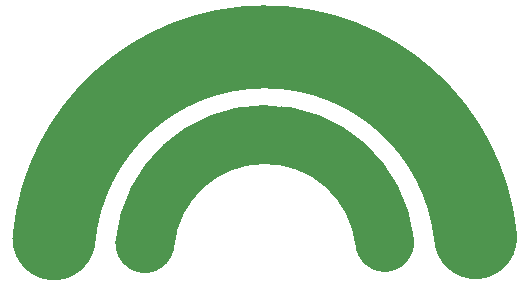
<source format=gbr>
%TF.GenerationSoftware,KiCad,Pcbnew,(6.0.2)*%
%TF.CreationDate,2022-08-08T11:51:29-04:00*%
%TF.ProjectId,SmallBoard,536d616c-6c42-46f6-9172-642e6b696361,rev?*%
%TF.SameCoordinates,Original*%
%TF.FileFunction,Copper,L1,Top*%
%TF.FilePolarity,Positive*%
%FSLAX46Y46*%
G04 Gerber Fmt 4.6, Leading zero omitted, Abs format (unit mm)*
G04 Created by KiCad (PCBNEW (6.0.2)) date 2022-08-08 11:51:29*
%MOMM*%
%LPD*%
G01*
G04 APERTURE LIST*
%TA.AperFunction,NonConductor*%
%ADD10C,5.000000*%
%TD*%
%TA.AperFunction,NonConductor*%
%ADD11C,7.000000*%
%TD*%
G04 APERTURE END LIST*
D10*
X150500000Y-49000000D02*
G75*
G03*
X130200000Y-49100000I-10144985J-1068005D01*
G01*
D11*
X158200000Y-48600000D02*
G75*
G03*
X122500000Y-48700000I-17845152J-1780611D01*
G01*
M02*

</source>
